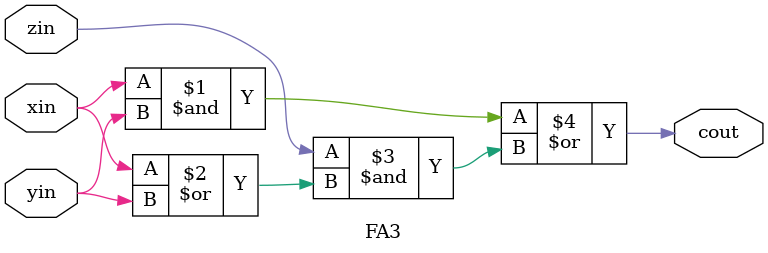
<source format=v>
`timescale 1ns/10ps
module FA3(// input
             xin, 
             yin, 
             zin,
           
            // output 
             cout
            );
    
   input   xin;  
   input   yin;
   input   zin; 
     
   output  cout;

  // carry result 
   assign cout = xin & yin | zin & (xin | yin);
   
endmodule
</source>
